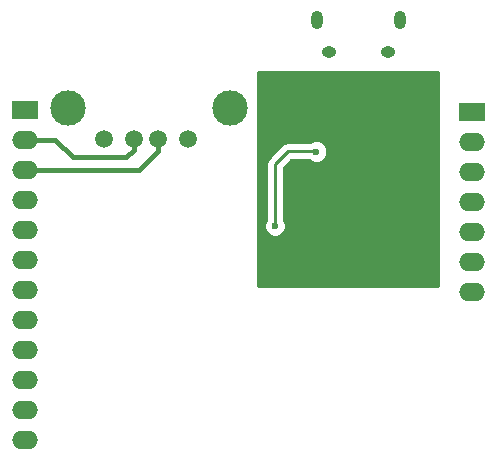
<source format=gbl>
G04 #@! TF.FileFunction,Copper,L2,Bot,Signal*
%FSLAX46Y46*%
G04 Gerber Fmt 4.6, Leading zero omitted, Abs format (unit mm)*
G04 Created by KiCad (PCBNEW 4.0.2-stable) date 6/15/2017 1:23:54 PM*
%MOMM*%
G01*
G04 APERTURE LIST*
%ADD10C,0.100000*%
%ADD11O,1.250000X0.950000*%
%ADD12O,1.000000X1.550000*%
%ADD13C,1.500000*%
%ADD14C,3.000000*%
%ADD15R,2.199640X1.524000*%
%ADD16O,2.199640X1.524000*%
%ADD17C,0.600000*%
%ADD18C,0.250000*%
%ADD19C,0.403000*%
%ADD20C,0.254000*%
G04 APERTURE END LIST*
D10*
D11*
X156919300Y-74070200D03*
X151919300Y-74070200D03*
D12*
X157919300Y-71370200D03*
X150919300Y-71370200D03*
D13*
X132894800Y-81483200D03*
X135434800Y-81483200D03*
X137464800Y-81483200D03*
X140004800Y-81483200D03*
D14*
X129844800Y-78813200D03*
X143564800Y-78813200D03*
D15*
X164084000Y-79197200D03*
D16*
X164084000Y-81737200D03*
X164084000Y-84277200D03*
X164084000Y-86817200D03*
X164084000Y-89357200D03*
X164084000Y-91897200D03*
X164084000Y-94437200D03*
D15*
X126187200Y-78994000D03*
D16*
X126187200Y-81534000D03*
X126187200Y-84074000D03*
X126187200Y-86614000D03*
X126187200Y-89154000D03*
X126187200Y-91694000D03*
X126187200Y-94234000D03*
X126187200Y-96774000D03*
X126187200Y-99314000D03*
X126187200Y-101854000D03*
X126187200Y-104394000D03*
X126187200Y-106934000D03*
D17*
X152603200Y-76657200D03*
X154228800Y-85904100D03*
X147370800Y-88798400D03*
X150876300Y-82507100D03*
D18*
X154228800Y-85904100D02*
X154228800Y-85902800D01*
X147370800Y-83566000D02*
X147370800Y-88798400D01*
X148437600Y-82499200D02*
X147370800Y-83566000D01*
X150868400Y-82499200D02*
X148437600Y-82499200D01*
X150876300Y-82507100D02*
X150868400Y-82499200D01*
D19*
X135434800Y-81483200D02*
X135434800Y-82344800D01*
X128778000Y-81534000D02*
X126187200Y-81534000D01*
X130251200Y-83007200D02*
X128778000Y-81534000D01*
X134772400Y-83007200D02*
X130251200Y-83007200D01*
X135434800Y-82344800D02*
X134772400Y-83007200D01*
X137464800Y-81483200D02*
X137464800Y-82499200D01*
X135890000Y-84074000D02*
X126187200Y-84074000D01*
X137464800Y-82499200D02*
X135890000Y-84074000D01*
D20*
G36*
X161163000Y-93932857D02*
X161086800Y-93917700D01*
X145923000Y-93917700D01*
X145923000Y-88983567D01*
X146435638Y-88983567D01*
X146577683Y-89327343D01*
X146840473Y-89590592D01*
X147184001Y-89733238D01*
X147555967Y-89733562D01*
X147899743Y-89591517D01*
X148162992Y-89328727D01*
X148305638Y-88985199D01*
X148305962Y-88613233D01*
X148163917Y-88269457D01*
X148130800Y-88236282D01*
X148130800Y-83880802D01*
X148752402Y-83259200D01*
X150305951Y-83259200D01*
X150345973Y-83299292D01*
X150689501Y-83441938D01*
X151061467Y-83442262D01*
X151405243Y-83300217D01*
X151668492Y-83037427D01*
X151811138Y-82693899D01*
X151811462Y-82321933D01*
X151669417Y-81978157D01*
X151406627Y-81714908D01*
X151063099Y-81572262D01*
X150691133Y-81571938D01*
X150347357Y-81713983D01*
X150322096Y-81739200D01*
X148437600Y-81739200D01*
X148146761Y-81797052D01*
X147900199Y-81961799D01*
X146833399Y-83028599D01*
X146668652Y-83275161D01*
X146610800Y-83566000D01*
X146610800Y-88235937D01*
X146578608Y-88268073D01*
X146435962Y-88611601D01*
X146435638Y-88983567D01*
X145923000Y-88983567D01*
X145923000Y-75768200D01*
X161163000Y-75768200D01*
X161163000Y-93932857D01*
X161163000Y-93932857D01*
G37*
X161163000Y-93932857D02*
X161086800Y-93917700D01*
X145923000Y-93917700D01*
X145923000Y-88983567D01*
X146435638Y-88983567D01*
X146577683Y-89327343D01*
X146840473Y-89590592D01*
X147184001Y-89733238D01*
X147555967Y-89733562D01*
X147899743Y-89591517D01*
X148162992Y-89328727D01*
X148305638Y-88985199D01*
X148305962Y-88613233D01*
X148163917Y-88269457D01*
X148130800Y-88236282D01*
X148130800Y-83880802D01*
X148752402Y-83259200D01*
X150305951Y-83259200D01*
X150345973Y-83299292D01*
X150689501Y-83441938D01*
X151061467Y-83442262D01*
X151405243Y-83300217D01*
X151668492Y-83037427D01*
X151811138Y-82693899D01*
X151811462Y-82321933D01*
X151669417Y-81978157D01*
X151406627Y-81714908D01*
X151063099Y-81572262D01*
X150691133Y-81571938D01*
X150347357Y-81713983D01*
X150322096Y-81739200D01*
X148437600Y-81739200D01*
X148146761Y-81797052D01*
X147900199Y-81961799D01*
X146833399Y-83028599D01*
X146668652Y-83275161D01*
X146610800Y-83566000D01*
X146610800Y-88235937D01*
X146578608Y-88268073D01*
X146435962Y-88611601D01*
X146435638Y-88983567D01*
X145923000Y-88983567D01*
X145923000Y-75768200D01*
X161163000Y-75768200D01*
X161163000Y-93932857D01*
M02*

</source>
